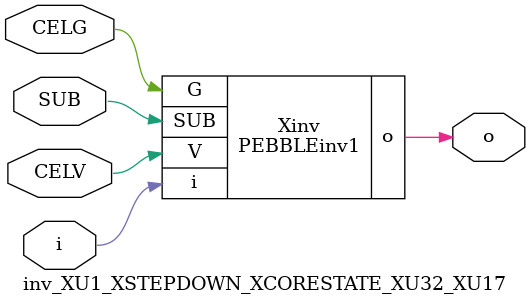
<source format=v>



module PEBBLEinv1 ( o, G, SUB, V, i );

  input V;
  input i;
  input G;
  output o;
  input SUB;
endmodule

//Celera Confidential Do Not Copy inv_XU1_XSTEPDOWN_XCORESTATE_XU32_XU17
//Celera Confidential Symbol Generator
//5V Inverter
module inv_XU1_XSTEPDOWN_XCORESTATE_XU32_XU17 (CELV,CELG,i,o,SUB);
input CELV;
input CELG;
input i;
input SUB;
output o;

//Celera Confidential Do Not Copy inv
PEBBLEinv1 Xinv(
.V (CELV),
.i (i),
.o (o),
.SUB (SUB),
.G (CELG)
);
//,diesize,PEBBLEinv1

//Celera Confidential Do Not Copy Module End
//Celera Schematic Generator
endmodule

</source>
